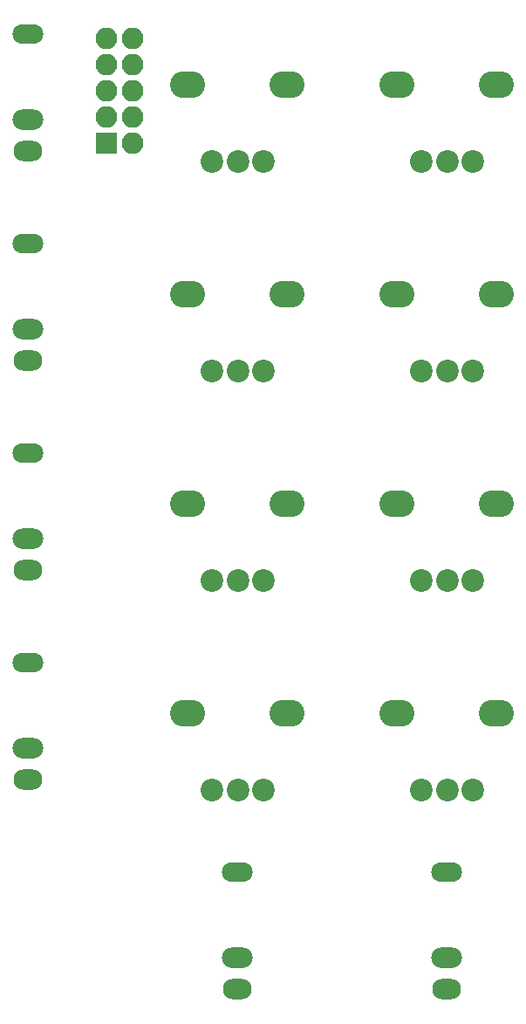
<source format=gbr>
G04 #@! TF.GenerationSoftware,KiCad,Pcbnew,(5.0.0)*
G04 #@! TF.CreationDate,2018-08-16T17:52:27+08:00*
G04 #@! TF.ProjectId,Mixer,4D697865722E6B696361645F70636200,rev?*
G04 #@! TF.SameCoordinates,Original*
G04 #@! TF.FileFunction,Soldermask,Top*
G04 #@! TF.FilePolarity,Negative*
%FSLAX46Y46*%
G04 Gerber Fmt 4.6, Leading zero omitted, Abs format (unit mm)*
G04 Created by KiCad (PCBNEW (5.0.0)) date 08/16/18 17:52:27*
%MOMM*%
%LPD*%
G01*
G04 APERTURE LIST*
%ADD10R,2.100000X2.100000*%
%ADD11O,2.100000X2.100000*%
%ADD12O,3.400000X2.600000*%
%ADD13C,2.200000*%
%ADD14O,3.000000X1.900000*%
%ADD15O,2.800000X2.000000*%
%ADD16O,3.000000X2.000000*%
G04 APERTURE END LIST*
D10*
G04 #@! TO.C,J7*
X106172000Y-66675000D03*
D11*
X108712000Y-66675000D03*
X106172000Y-64135000D03*
X108712000Y-64135000D03*
X106172000Y-61595000D03*
X108712000Y-61595000D03*
X106172000Y-59055000D03*
X108712000Y-59055000D03*
X106172000Y-56515000D03*
X108712000Y-56515000D03*
G04 #@! TD*
D12*
G04 #@! TO.C,RV8*
X123672000Y-121920000D03*
D13*
X116372000Y-129420010D03*
X118912000Y-129420010D03*
X121372000Y-129420010D03*
D12*
X114072000Y-121920000D03*
G04 #@! TD*
G04 #@! TO.C,RV7*
X114072000Y-101600000D03*
D13*
X121372000Y-109100010D03*
X118912000Y-109100010D03*
X116372000Y-109100010D03*
D12*
X123672000Y-101600000D03*
G04 #@! TD*
G04 #@! TO.C,RV6*
X123672000Y-81280000D03*
D13*
X116372000Y-88780010D03*
X118912000Y-88780010D03*
X121372000Y-88780010D03*
D12*
X114072000Y-81280000D03*
G04 #@! TD*
G04 #@! TO.C,RV5*
X114072000Y-60960000D03*
D13*
X121372000Y-68460010D03*
X118912000Y-68460010D03*
X116372000Y-68460010D03*
D12*
X123672000Y-60960000D03*
G04 #@! TD*
G04 #@! TO.C,RV4*
X143992000Y-121920000D03*
D13*
X136692000Y-129420010D03*
X139232000Y-129420010D03*
X141692000Y-129420010D03*
D12*
X134392000Y-121920000D03*
G04 #@! TD*
G04 #@! TO.C,RV3*
X134392000Y-101600000D03*
D13*
X141692000Y-109100010D03*
X139232000Y-109100010D03*
X136692000Y-109100010D03*
D12*
X143992000Y-101600000D03*
G04 #@! TD*
G04 #@! TO.C,RV1*
X143992000Y-60960000D03*
D13*
X136692000Y-68460010D03*
X139232000Y-68460010D03*
X141692000Y-68460010D03*
D12*
X134392000Y-60960000D03*
G04 #@! TD*
G04 #@! TO.C,RV2*
X134392000Y-81280000D03*
D13*
X141692000Y-88780010D03*
X139232000Y-88780010D03*
X136692000Y-88780010D03*
D12*
X143992000Y-81280000D03*
G04 #@! TD*
D14*
G04 #@! TO.C,J4*
X98552000Y-117000000D03*
D15*
X98552000Y-128400000D03*
D16*
X98552000Y-125300000D03*
G04 #@! TD*
G04 #@! TO.C,J1*
X98552000Y-64340000D03*
D15*
X98552000Y-67440000D03*
D14*
X98552000Y-56040000D03*
G04 #@! TD*
G04 #@! TO.C,J2*
X98552000Y-76360000D03*
D15*
X98552000Y-87760000D03*
D16*
X98552000Y-84660000D03*
G04 #@! TD*
G04 #@! TO.C,J6*
X139192000Y-145620000D03*
D15*
X139192000Y-148720000D03*
D14*
X139192000Y-137320000D03*
G04 #@! TD*
G04 #@! TO.C,J5*
X118872000Y-137320000D03*
D15*
X118872000Y-148720000D03*
D16*
X118872000Y-145620000D03*
G04 #@! TD*
G04 #@! TO.C,J3*
X98552000Y-104980000D03*
D15*
X98552000Y-108080000D03*
D14*
X98552000Y-96680000D03*
G04 #@! TD*
M02*

</source>
